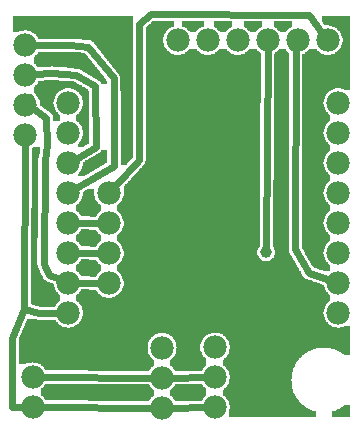
<source format=gtl>
G04 MADE WITH FRITZING*
G04 WWW.FRITZING.ORG*
G04 DOUBLE SIDED*
G04 HOLES PLATED*
G04 CONTOUR ON CENTER OF CONTOUR VECTOR*
%ASAXBY*%
%FSLAX23Y23*%
%MOIN*%
%OFA0B0*%
%SFA1.0B1.0*%
%ADD10C,0.075000*%
%ADD11C,0.078000*%
%ADD12C,0.077778*%
%ADD13C,0.039370*%
%ADD14C,0.024000*%
%LNCOPPER1*%
G90*
G70*
G54D10*
X371Y1300D03*
X1071Y1193D03*
X560Y1167D03*
G54D11*
X1094Y1298D03*
X994Y1298D03*
X894Y1298D03*
X794Y1298D03*
X694Y1298D03*
X594Y1298D03*
X86Y982D03*
X86Y1082D03*
X86Y1182D03*
X86Y1282D03*
X110Y75D03*
X110Y175D03*
G54D12*
X1129Y1089D03*
X1129Y989D03*
X1129Y889D03*
X1129Y789D03*
X1129Y689D03*
X1129Y589D03*
X1129Y489D03*
X1129Y389D03*
X229Y389D03*
X229Y489D03*
X229Y589D03*
X229Y689D03*
X229Y789D03*
X229Y889D03*
X229Y989D03*
X229Y1089D03*
X1129Y1089D03*
X1129Y989D03*
X1129Y889D03*
X1129Y789D03*
X1129Y689D03*
X1129Y589D03*
X1129Y489D03*
X1129Y389D03*
X229Y389D03*
X229Y489D03*
X229Y589D03*
X229Y689D03*
X229Y789D03*
X229Y889D03*
X229Y989D03*
X229Y1089D03*
G54D11*
X541Y73D03*
X541Y173D03*
X541Y273D03*
X718Y74D03*
X718Y174D03*
X718Y274D03*
X364Y488D03*
X364Y588D03*
X364Y688D03*
X364Y788D03*
G54D13*
X888Y591D03*
G54D14*
X296Y1276D02*
X234Y1282D01*
D02*
X234Y1282D02*
X116Y1282D01*
D02*
X380Y1170D02*
X296Y1276D01*
D02*
X382Y878D02*
X380Y1170D01*
D02*
X254Y804D02*
X382Y878D01*
D02*
X254Y903D02*
X321Y942D01*
D02*
X321Y942D02*
X318Y1145D01*
D02*
X318Y1145D02*
X256Y1182D01*
D02*
X175Y1188D02*
X116Y1184D01*
D02*
X256Y1182D02*
X175Y1188D01*
D02*
X258Y689D02*
X334Y688D01*
D02*
X258Y589D02*
X334Y588D01*
D02*
X466Y1352D02*
X464Y897D01*
D02*
X1030Y1383D02*
X504Y1385D01*
D02*
X504Y1385D02*
X466Y1352D01*
D02*
X464Y897D02*
X384Y810D01*
D02*
X1076Y1322D02*
X1030Y1383D01*
D02*
X511Y173D02*
X140Y175D01*
D02*
X688Y174D02*
X572Y173D01*
D02*
X511Y73D02*
X140Y75D01*
D02*
X688Y74D02*
X572Y73D01*
D02*
X42Y75D02*
X80Y75D01*
D02*
X42Y306D02*
X42Y75D01*
D02*
X82Y401D02*
X42Y306D01*
D02*
X200Y388D02*
X132Y387D01*
D02*
X132Y387D02*
X82Y401D01*
D02*
X82Y401D02*
X86Y952D01*
D02*
X147Y553D02*
X165Y515D01*
D02*
X165Y515D02*
X202Y500D01*
D02*
X151Y894D02*
X147Y553D01*
D02*
X89Y1087D02*
X156Y1039D01*
D02*
X159Y951D02*
X151Y894D01*
D02*
X156Y1039D02*
X159Y951D01*
D02*
X101Y1108D02*
X89Y1087D01*
D02*
X1030Y523D02*
X1101Y499D01*
D02*
X985Y601D02*
X1030Y523D01*
D02*
X987Y1288D02*
X985Y601D01*
D02*
X975Y1274D02*
X987Y1288D01*
D02*
X894Y1267D02*
X889Y610D01*
D02*
X258Y489D02*
X334Y488D01*
G36*
X45Y1377D02*
X45Y1331D01*
X91Y1331D01*
X91Y1329D01*
X99Y1329D01*
X99Y1327D01*
X105Y1327D01*
X105Y1325D01*
X109Y1325D01*
X109Y1323D01*
X113Y1323D01*
X113Y1321D01*
X115Y1321D01*
X115Y1319D01*
X117Y1319D01*
X117Y1317D01*
X121Y1317D01*
X121Y1313D01*
X123Y1313D01*
X123Y1311D01*
X125Y1311D01*
X125Y1309D01*
X127Y1309D01*
X127Y1305D01*
X129Y1305D01*
X129Y1303D01*
X249Y1303D01*
X249Y1301D01*
X273Y1301D01*
X273Y1299D01*
X297Y1299D01*
X297Y1297D01*
X305Y1297D01*
X305Y1295D01*
X307Y1295D01*
X307Y1293D01*
X311Y1293D01*
X311Y1291D01*
X313Y1291D01*
X313Y1287D01*
X315Y1287D01*
X315Y1285D01*
X317Y1285D01*
X317Y1283D01*
X319Y1283D01*
X319Y1281D01*
X321Y1281D01*
X321Y1277D01*
X323Y1277D01*
X323Y1275D01*
X325Y1275D01*
X325Y1273D01*
X327Y1273D01*
X327Y1271D01*
X329Y1271D01*
X329Y1267D01*
X331Y1267D01*
X331Y1265D01*
X333Y1265D01*
X333Y1263D01*
X335Y1263D01*
X335Y1261D01*
X337Y1261D01*
X337Y1257D01*
X339Y1257D01*
X339Y1255D01*
X341Y1255D01*
X341Y1253D01*
X343Y1253D01*
X343Y1249D01*
X345Y1249D01*
X345Y1247D01*
X347Y1247D01*
X347Y1245D01*
X349Y1245D01*
X349Y1243D01*
X351Y1243D01*
X351Y1239D01*
X353Y1239D01*
X353Y1237D01*
X355Y1237D01*
X355Y1235D01*
X357Y1235D01*
X357Y1233D01*
X359Y1233D01*
X359Y1229D01*
X361Y1229D01*
X361Y1227D01*
X363Y1227D01*
X363Y1225D01*
X365Y1225D01*
X365Y1223D01*
X367Y1223D01*
X367Y1219D01*
X369Y1219D01*
X369Y1217D01*
X371Y1217D01*
X371Y1215D01*
X373Y1215D01*
X373Y1211D01*
X375Y1211D01*
X375Y1209D01*
X377Y1209D01*
X377Y1207D01*
X379Y1207D01*
X379Y1205D01*
X381Y1205D01*
X381Y1201D01*
X383Y1201D01*
X383Y1199D01*
X385Y1199D01*
X385Y1197D01*
X387Y1197D01*
X387Y1195D01*
X389Y1195D01*
X389Y1191D01*
X391Y1191D01*
X391Y1189D01*
X393Y1189D01*
X393Y1187D01*
X395Y1187D01*
X395Y1185D01*
X397Y1185D01*
X397Y1181D01*
X399Y1181D01*
X399Y1177D01*
X401Y1177D01*
X401Y1129D01*
X403Y1129D01*
X403Y883D01*
X423Y883D01*
X423Y885D01*
X425Y885D01*
X425Y887D01*
X427Y887D01*
X427Y891D01*
X429Y891D01*
X429Y893D01*
X431Y893D01*
X431Y895D01*
X433Y895D01*
X433Y897D01*
X435Y897D01*
X435Y899D01*
X437Y899D01*
X437Y901D01*
X439Y901D01*
X439Y903D01*
X441Y903D01*
X441Y905D01*
X443Y905D01*
X443Y1353D01*
X445Y1353D01*
X445Y1377D01*
X45Y1377D01*
G37*
D02*
G36*
X45Y1331D02*
X45Y1325D01*
X65Y1325D01*
X65Y1327D01*
X71Y1327D01*
X71Y1329D01*
X81Y1329D01*
X81Y1331D01*
X45Y1331D01*
G37*
D02*
G36*
X607Y1363D02*
X607Y1343D01*
X613Y1343D01*
X613Y1341D01*
X617Y1341D01*
X617Y1339D01*
X621Y1339D01*
X621Y1337D01*
X623Y1337D01*
X623Y1335D01*
X625Y1335D01*
X625Y1333D01*
X629Y1333D01*
X629Y1329D01*
X631Y1329D01*
X631Y1327D01*
X633Y1327D01*
X633Y1325D01*
X655Y1325D01*
X655Y1329D01*
X657Y1329D01*
X657Y1331D01*
X659Y1331D01*
X659Y1333D01*
X661Y1333D01*
X661Y1335D01*
X665Y1335D01*
X665Y1337D01*
X667Y1337D01*
X667Y1339D01*
X671Y1339D01*
X671Y1341D01*
X673Y1341D01*
X673Y1343D01*
X681Y1343D01*
X681Y1363D01*
X607Y1363D01*
G37*
D02*
G36*
X713Y1361D02*
X713Y1341D01*
X717Y1341D01*
X717Y1339D01*
X721Y1339D01*
X721Y1337D01*
X723Y1337D01*
X723Y1335D01*
X725Y1335D01*
X725Y1333D01*
X729Y1333D01*
X729Y1329D01*
X731Y1329D01*
X731Y1327D01*
X733Y1327D01*
X733Y1325D01*
X755Y1325D01*
X755Y1329D01*
X757Y1329D01*
X757Y1331D01*
X759Y1331D01*
X759Y1333D01*
X761Y1333D01*
X761Y1335D01*
X765Y1335D01*
X765Y1337D01*
X767Y1337D01*
X767Y1339D01*
X771Y1339D01*
X771Y1341D01*
X773Y1341D01*
X773Y1361D01*
X713Y1361D01*
G37*
D02*
G36*
X813Y1361D02*
X813Y1341D01*
X817Y1341D01*
X817Y1339D01*
X821Y1339D01*
X821Y1337D01*
X823Y1337D01*
X823Y1335D01*
X825Y1335D01*
X825Y1333D01*
X829Y1333D01*
X829Y1329D01*
X831Y1329D01*
X831Y1327D01*
X833Y1327D01*
X833Y1325D01*
X855Y1325D01*
X855Y1329D01*
X857Y1329D01*
X857Y1331D01*
X859Y1331D01*
X859Y1333D01*
X861Y1333D01*
X861Y1335D01*
X865Y1335D01*
X865Y1337D01*
X867Y1337D01*
X867Y1339D01*
X871Y1339D01*
X871Y1341D01*
X873Y1341D01*
X873Y1361D01*
X813Y1361D01*
G37*
D02*
G36*
X913Y1361D02*
X913Y1341D01*
X917Y1341D01*
X917Y1339D01*
X921Y1339D01*
X921Y1337D01*
X923Y1337D01*
X923Y1335D01*
X925Y1335D01*
X925Y1333D01*
X929Y1333D01*
X929Y1329D01*
X931Y1329D01*
X931Y1327D01*
X933Y1327D01*
X933Y1325D01*
X955Y1325D01*
X955Y1329D01*
X957Y1329D01*
X957Y1331D01*
X959Y1331D01*
X959Y1333D01*
X961Y1333D01*
X961Y1335D01*
X965Y1335D01*
X965Y1337D01*
X967Y1337D01*
X967Y1339D01*
X971Y1339D01*
X971Y1341D01*
X973Y1341D01*
X973Y1361D01*
X913Y1361D01*
G37*
D02*
G36*
X1075Y1377D02*
X1075Y1357D01*
X1077Y1357D01*
X1077Y1355D01*
X1079Y1355D01*
X1079Y1353D01*
X1081Y1353D01*
X1081Y1349D01*
X1083Y1349D01*
X1083Y1347D01*
X1097Y1347D01*
X1097Y1345D01*
X1107Y1345D01*
X1107Y1343D01*
X1113Y1343D01*
X1113Y1341D01*
X1117Y1341D01*
X1117Y1339D01*
X1121Y1339D01*
X1121Y1337D01*
X1123Y1337D01*
X1123Y1335D01*
X1125Y1335D01*
X1125Y1333D01*
X1129Y1333D01*
X1129Y1329D01*
X1131Y1329D01*
X1131Y1327D01*
X1133Y1327D01*
X1133Y1325D01*
X1135Y1325D01*
X1135Y1321D01*
X1137Y1321D01*
X1137Y1317D01*
X1139Y1317D01*
X1139Y1313D01*
X1141Y1313D01*
X1141Y1305D01*
X1143Y1305D01*
X1143Y1291D01*
X1141Y1291D01*
X1141Y1283D01*
X1139Y1283D01*
X1139Y1277D01*
X1137Y1277D01*
X1137Y1273D01*
X1135Y1273D01*
X1135Y1269D01*
X1133Y1269D01*
X1133Y1267D01*
X1131Y1267D01*
X1131Y1265D01*
X1129Y1265D01*
X1129Y1263D01*
X1127Y1263D01*
X1127Y1261D01*
X1125Y1261D01*
X1125Y1259D01*
X1123Y1259D01*
X1123Y1257D01*
X1119Y1257D01*
X1119Y1255D01*
X1117Y1255D01*
X1117Y1253D01*
X1113Y1253D01*
X1113Y1251D01*
X1105Y1251D01*
X1105Y1249D01*
X1169Y1249D01*
X1169Y1377D01*
X1075Y1377D01*
G37*
D02*
G36*
X1033Y1269D02*
X1033Y1267D01*
X1031Y1267D01*
X1031Y1265D01*
X1029Y1265D01*
X1029Y1263D01*
X1027Y1263D01*
X1027Y1261D01*
X1025Y1261D01*
X1025Y1259D01*
X1023Y1259D01*
X1023Y1257D01*
X1019Y1257D01*
X1019Y1255D01*
X1017Y1255D01*
X1017Y1253D01*
X1013Y1253D01*
X1013Y1251D01*
X1009Y1251D01*
X1009Y1249D01*
X1081Y1249D01*
X1081Y1251D01*
X1075Y1251D01*
X1075Y1253D01*
X1071Y1253D01*
X1071Y1255D01*
X1067Y1255D01*
X1067Y1257D01*
X1065Y1257D01*
X1065Y1259D01*
X1063Y1259D01*
X1063Y1261D01*
X1059Y1261D01*
X1059Y1263D01*
X1057Y1263D01*
X1057Y1267D01*
X1055Y1267D01*
X1055Y1269D01*
X1033Y1269D01*
G37*
D02*
G36*
X1009Y1249D02*
X1009Y1247D01*
X1169Y1247D01*
X1169Y1249D01*
X1009Y1249D01*
G37*
D02*
G36*
X1009Y1249D02*
X1009Y1247D01*
X1169Y1247D01*
X1169Y1249D01*
X1009Y1249D01*
G37*
D02*
G36*
X1009Y1247D02*
X1009Y1163D01*
X1007Y1163D01*
X1007Y1137D01*
X1139Y1137D01*
X1139Y1135D01*
X1147Y1135D01*
X1147Y1133D01*
X1169Y1133D01*
X1169Y1247D01*
X1009Y1247D01*
G37*
D02*
G36*
X1007Y1137D02*
X1007Y603D01*
X1009Y603D01*
X1009Y601D01*
X1011Y601D01*
X1011Y597D01*
X1013Y597D01*
X1013Y593D01*
X1015Y593D01*
X1015Y591D01*
X1017Y591D01*
X1017Y587D01*
X1019Y587D01*
X1019Y583D01*
X1021Y583D01*
X1021Y579D01*
X1023Y579D01*
X1023Y577D01*
X1025Y577D01*
X1025Y573D01*
X1027Y573D01*
X1027Y569D01*
X1029Y569D01*
X1029Y565D01*
X1031Y565D01*
X1031Y563D01*
X1033Y563D01*
X1033Y559D01*
X1035Y559D01*
X1035Y555D01*
X1037Y555D01*
X1037Y553D01*
X1039Y553D01*
X1039Y549D01*
X1041Y549D01*
X1041Y545D01*
X1043Y545D01*
X1043Y541D01*
X1047Y541D01*
X1047Y539D01*
X1053Y539D01*
X1053Y537D01*
X1059Y537D01*
X1059Y535D01*
X1065Y535D01*
X1065Y533D01*
X1071Y533D01*
X1071Y531D01*
X1077Y531D01*
X1077Y529D01*
X1101Y529D01*
X1101Y549D01*
X1099Y549D01*
X1099Y551D01*
X1097Y551D01*
X1097Y553D01*
X1095Y553D01*
X1095Y555D01*
X1093Y555D01*
X1093Y557D01*
X1091Y557D01*
X1091Y559D01*
X1089Y559D01*
X1089Y561D01*
X1087Y561D01*
X1087Y565D01*
X1085Y565D01*
X1085Y569D01*
X1083Y569D01*
X1083Y575D01*
X1081Y575D01*
X1081Y585D01*
X1079Y585D01*
X1079Y593D01*
X1081Y593D01*
X1081Y603D01*
X1083Y603D01*
X1083Y609D01*
X1085Y609D01*
X1085Y613D01*
X1087Y613D01*
X1087Y615D01*
X1089Y615D01*
X1089Y619D01*
X1091Y619D01*
X1091Y621D01*
X1093Y621D01*
X1093Y623D01*
X1095Y623D01*
X1095Y625D01*
X1097Y625D01*
X1097Y627D01*
X1099Y627D01*
X1099Y629D01*
X1101Y629D01*
X1101Y649D01*
X1099Y649D01*
X1099Y651D01*
X1097Y651D01*
X1097Y653D01*
X1095Y653D01*
X1095Y655D01*
X1093Y655D01*
X1093Y657D01*
X1091Y657D01*
X1091Y659D01*
X1089Y659D01*
X1089Y661D01*
X1087Y661D01*
X1087Y665D01*
X1085Y665D01*
X1085Y669D01*
X1083Y669D01*
X1083Y675D01*
X1081Y675D01*
X1081Y685D01*
X1079Y685D01*
X1079Y693D01*
X1081Y693D01*
X1081Y703D01*
X1083Y703D01*
X1083Y709D01*
X1085Y709D01*
X1085Y713D01*
X1087Y713D01*
X1087Y715D01*
X1089Y715D01*
X1089Y719D01*
X1091Y719D01*
X1091Y721D01*
X1093Y721D01*
X1093Y723D01*
X1095Y723D01*
X1095Y725D01*
X1097Y725D01*
X1097Y727D01*
X1099Y727D01*
X1099Y729D01*
X1101Y729D01*
X1101Y749D01*
X1099Y749D01*
X1099Y751D01*
X1097Y751D01*
X1097Y753D01*
X1095Y753D01*
X1095Y755D01*
X1093Y755D01*
X1093Y757D01*
X1091Y757D01*
X1091Y759D01*
X1089Y759D01*
X1089Y761D01*
X1087Y761D01*
X1087Y765D01*
X1085Y765D01*
X1085Y769D01*
X1083Y769D01*
X1083Y775D01*
X1081Y775D01*
X1081Y785D01*
X1079Y785D01*
X1079Y793D01*
X1081Y793D01*
X1081Y803D01*
X1083Y803D01*
X1083Y809D01*
X1085Y809D01*
X1085Y813D01*
X1087Y813D01*
X1087Y815D01*
X1089Y815D01*
X1089Y819D01*
X1091Y819D01*
X1091Y821D01*
X1093Y821D01*
X1093Y823D01*
X1095Y823D01*
X1095Y825D01*
X1097Y825D01*
X1097Y827D01*
X1099Y827D01*
X1099Y829D01*
X1101Y829D01*
X1101Y849D01*
X1099Y849D01*
X1099Y851D01*
X1097Y851D01*
X1097Y853D01*
X1095Y853D01*
X1095Y855D01*
X1093Y855D01*
X1093Y857D01*
X1091Y857D01*
X1091Y859D01*
X1089Y859D01*
X1089Y861D01*
X1087Y861D01*
X1087Y865D01*
X1085Y865D01*
X1085Y869D01*
X1083Y869D01*
X1083Y875D01*
X1081Y875D01*
X1081Y885D01*
X1079Y885D01*
X1079Y893D01*
X1081Y893D01*
X1081Y903D01*
X1083Y903D01*
X1083Y909D01*
X1085Y909D01*
X1085Y913D01*
X1087Y913D01*
X1087Y915D01*
X1089Y915D01*
X1089Y919D01*
X1091Y919D01*
X1091Y921D01*
X1093Y921D01*
X1093Y923D01*
X1095Y923D01*
X1095Y925D01*
X1097Y925D01*
X1097Y927D01*
X1099Y927D01*
X1099Y929D01*
X1101Y929D01*
X1101Y949D01*
X1099Y949D01*
X1099Y951D01*
X1097Y951D01*
X1097Y953D01*
X1095Y953D01*
X1095Y955D01*
X1093Y955D01*
X1093Y957D01*
X1091Y957D01*
X1091Y959D01*
X1089Y959D01*
X1089Y961D01*
X1087Y961D01*
X1087Y965D01*
X1085Y965D01*
X1085Y969D01*
X1083Y969D01*
X1083Y975D01*
X1081Y975D01*
X1081Y985D01*
X1079Y985D01*
X1079Y993D01*
X1081Y993D01*
X1081Y1003D01*
X1083Y1003D01*
X1083Y1009D01*
X1085Y1009D01*
X1085Y1013D01*
X1087Y1013D01*
X1087Y1015D01*
X1089Y1015D01*
X1089Y1019D01*
X1091Y1019D01*
X1091Y1021D01*
X1093Y1021D01*
X1093Y1023D01*
X1095Y1023D01*
X1095Y1025D01*
X1097Y1025D01*
X1097Y1027D01*
X1099Y1027D01*
X1099Y1029D01*
X1101Y1029D01*
X1101Y1049D01*
X1099Y1049D01*
X1099Y1051D01*
X1097Y1051D01*
X1097Y1053D01*
X1095Y1053D01*
X1095Y1055D01*
X1093Y1055D01*
X1093Y1057D01*
X1091Y1057D01*
X1091Y1059D01*
X1089Y1059D01*
X1089Y1061D01*
X1087Y1061D01*
X1087Y1065D01*
X1085Y1065D01*
X1085Y1069D01*
X1083Y1069D01*
X1083Y1075D01*
X1081Y1075D01*
X1081Y1085D01*
X1079Y1085D01*
X1079Y1093D01*
X1081Y1093D01*
X1081Y1103D01*
X1083Y1103D01*
X1083Y1109D01*
X1085Y1109D01*
X1085Y1113D01*
X1087Y1113D01*
X1087Y1115D01*
X1089Y1115D01*
X1089Y1119D01*
X1091Y1119D01*
X1091Y1121D01*
X1093Y1121D01*
X1093Y1123D01*
X1095Y1123D01*
X1095Y1125D01*
X1097Y1125D01*
X1097Y1127D01*
X1099Y1127D01*
X1099Y1129D01*
X1103Y1129D01*
X1103Y1131D01*
X1107Y1131D01*
X1107Y1133D01*
X1111Y1133D01*
X1111Y1135D01*
X1117Y1135D01*
X1117Y1137D01*
X1007Y1137D01*
G37*
D02*
G36*
X129Y1259D02*
X129Y1257D01*
X127Y1257D01*
X127Y1253D01*
X125Y1253D01*
X125Y1251D01*
X123Y1251D01*
X123Y1249D01*
X121Y1249D01*
X121Y1247D01*
X119Y1247D01*
X119Y1245D01*
X117Y1245D01*
X117Y1243D01*
X115Y1243D01*
X115Y1241D01*
X113Y1241D01*
X113Y1221D01*
X115Y1221D01*
X115Y1219D01*
X117Y1219D01*
X117Y1217D01*
X121Y1217D01*
X121Y1213D01*
X123Y1213D01*
X123Y1211D01*
X177Y1211D01*
X177Y1209D01*
X201Y1209D01*
X201Y1207D01*
X225Y1207D01*
X225Y1205D01*
X249Y1205D01*
X249Y1203D01*
X263Y1203D01*
X263Y1201D01*
X267Y1201D01*
X267Y1199D01*
X271Y1199D01*
X271Y1197D01*
X275Y1197D01*
X275Y1195D01*
X277Y1195D01*
X277Y1193D01*
X281Y1193D01*
X281Y1191D01*
X285Y1191D01*
X285Y1189D01*
X287Y1189D01*
X287Y1187D01*
X291Y1187D01*
X291Y1185D01*
X295Y1185D01*
X295Y1183D01*
X299Y1183D01*
X299Y1181D01*
X301Y1181D01*
X301Y1179D01*
X305Y1179D01*
X305Y1177D01*
X309Y1177D01*
X309Y1175D01*
X311Y1175D01*
X311Y1173D01*
X315Y1173D01*
X315Y1171D01*
X319Y1171D01*
X319Y1169D01*
X323Y1169D01*
X323Y1167D01*
X325Y1167D01*
X325Y1165D01*
X329Y1165D01*
X329Y1163D01*
X331Y1163D01*
X331Y1161D01*
X333Y1161D01*
X333Y1159D01*
X335Y1159D01*
X335Y1157D01*
X337Y1157D01*
X337Y1153D01*
X357Y1153D01*
X357Y1163D01*
X355Y1163D01*
X355Y1167D01*
X353Y1167D01*
X353Y1169D01*
X351Y1169D01*
X351Y1171D01*
X349Y1171D01*
X349Y1173D01*
X347Y1173D01*
X347Y1177D01*
X345Y1177D01*
X345Y1179D01*
X343Y1179D01*
X343Y1181D01*
X341Y1181D01*
X341Y1185D01*
X339Y1185D01*
X339Y1187D01*
X337Y1187D01*
X337Y1189D01*
X335Y1189D01*
X335Y1191D01*
X333Y1191D01*
X333Y1195D01*
X331Y1195D01*
X331Y1197D01*
X329Y1197D01*
X329Y1199D01*
X327Y1199D01*
X327Y1201D01*
X325Y1201D01*
X325Y1205D01*
X323Y1205D01*
X323Y1207D01*
X321Y1207D01*
X321Y1209D01*
X319Y1209D01*
X319Y1211D01*
X317Y1211D01*
X317Y1215D01*
X315Y1215D01*
X315Y1217D01*
X313Y1217D01*
X313Y1219D01*
X311Y1219D01*
X311Y1221D01*
X309Y1221D01*
X309Y1225D01*
X307Y1225D01*
X307Y1227D01*
X305Y1227D01*
X305Y1229D01*
X303Y1229D01*
X303Y1233D01*
X301Y1233D01*
X301Y1235D01*
X299Y1235D01*
X299Y1237D01*
X297Y1237D01*
X297Y1239D01*
X295Y1239D01*
X295Y1243D01*
X293Y1243D01*
X293Y1245D01*
X291Y1245D01*
X291Y1247D01*
X289Y1247D01*
X289Y1249D01*
X287Y1249D01*
X287Y1253D01*
X285Y1253D01*
X285Y1255D01*
X271Y1255D01*
X271Y1257D01*
X247Y1257D01*
X247Y1259D01*
X129Y1259D01*
G37*
D02*
G36*
X125Y1211D02*
X125Y1209D01*
X171Y1209D01*
X171Y1211D01*
X125Y1211D01*
G37*
D02*
G36*
X147Y1165D02*
X147Y1163D01*
X131Y1163D01*
X131Y1161D01*
X129Y1161D01*
X129Y1157D01*
X127Y1157D01*
X127Y1153D01*
X125Y1153D01*
X125Y1151D01*
X123Y1151D01*
X123Y1149D01*
X121Y1149D01*
X121Y1147D01*
X119Y1147D01*
X119Y1145D01*
X117Y1145D01*
X117Y1143D01*
X115Y1143D01*
X115Y1137D01*
X239Y1137D01*
X239Y1135D01*
X247Y1135D01*
X247Y1133D01*
X251Y1133D01*
X251Y1131D01*
X255Y1131D01*
X255Y1129D01*
X257Y1129D01*
X257Y1127D01*
X259Y1127D01*
X259Y1125D01*
X263Y1125D01*
X263Y1123D01*
X265Y1123D01*
X265Y1119D01*
X267Y1119D01*
X267Y1117D01*
X269Y1117D01*
X269Y1115D01*
X271Y1115D01*
X271Y1111D01*
X273Y1111D01*
X273Y1107D01*
X275Y1107D01*
X275Y1099D01*
X277Y1099D01*
X277Y1077D01*
X275Y1077D01*
X275Y1071D01*
X273Y1071D01*
X273Y1067D01*
X271Y1067D01*
X271Y1063D01*
X269Y1063D01*
X269Y1061D01*
X267Y1061D01*
X267Y1057D01*
X265Y1057D01*
X265Y1055D01*
X263Y1055D01*
X263Y1053D01*
X261Y1053D01*
X261Y1051D01*
X259Y1051D01*
X259Y1049D01*
X255Y1049D01*
X255Y1029D01*
X257Y1029D01*
X257Y1027D01*
X259Y1027D01*
X259Y1025D01*
X263Y1025D01*
X263Y1023D01*
X265Y1023D01*
X265Y1019D01*
X267Y1019D01*
X267Y1017D01*
X269Y1017D01*
X269Y1015D01*
X271Y1015D01*
X271Y1011D01*
X273Y1011D01*
X273Y1007D01*
X275Y1007D01*
X275Y999D01*
X277Y999D01*
X277Y977D01*
X275Y977D01*
X275Y971D01*
X273Y971D01*
X273Y967D01*
X271Y967D01*
X271Y963D01*
X269Y963D01*
X269Y961D01*
X267Y961D01*
X267Y957D01*
X265Y957D01*
X265Y955D01*
X263Y955D01*
X263Y953D01*
X261Y953D01*
X261Y943D01*
X281Y943D01*
X281Y945D01*
X285Y945D01*
X285Y947D01*
X287Y947D01*
X287Y949D01*
X291Y949D01*
X291Y951D01*
X295Y951D01*
X295Y953D01*
X299Y953D01*
X299Y1011D01*
X297Y1011D01*
X297Y1129D01*
X295Y1129D01*
X295Y1133D01*
X293Y1133D01*
X293Y1135D01*
X289Y1135D01*
X289Y1137D01*
X287Y1137D01*
X287Y1139D01*
X283Y1139D01*
X283Y1141D01*
X279Y1141D01*
X279Y1143D01*
X275Y1143D01*
X275Y1145D01*
X273Y1145D01*
X273Y1147D01*
X269Y1147D01*
X269Y1149D01*
X265Y1149D01*
X265Y1151D01*
X263Y1151D01*
X263Y1153D01*
X259Y1153D01*
X259Y1155D01*
X255Y1155D01*
X255Y1157D01*
X251Y1157D01*
X251Y1159D01*
X247Y1159D01*
X247Y1161D01*
X223Y1161D01*
X223Y1163D01*
X199Y1163D01*
X199Y1165D01*
X147Y1165D01*
G37*
D02*
G36*
X115Y1137D02*
X115Y1123D01*
X117Y1123D01*
X117Y1121D01*
X119Y1121D01*
X119Y1117D01*
X121Y1117D01*
X121Y1113D01*
X123Y1113D01*
X123Y1111D01*
X125Y1111D01*
X125Y1109D01*
X127Y1109D01*
X127Y1105D01*
X129Y1105D01*
X129Y1101D01*
X131Y1101D01*
X131Y1097D01*
X133Y1097D01*
X133Y1089D01*
X135Y1089D01*
X135Y1079D01*
X139Y1079D01*
X139Y1077D01*
X141Y1077D01*
X141Y1075D01*
X143Y1075D01*
X143Y1073D01*
X147Y1073D01*
X147Y1071D01*
X149Y1071D01*
X149Y1069D01*
X153Y1069D01*
X153Y1067D01*
X155Y1067D01*
X155Y1065D01*
X157Y1065D01*
X157Y1063D01*
X161Y1063D01*
X161Y1061D01*
X163Y1061D01*
X163Y1059D01*
X165Y1059D01*
X165Y1057D01*
X169Y1057D01*
X169Y1055D01*
X171Y1055D01*
X171Y1053D01*
X173Y1053D01*
X173Y1051D01*
X175Y1051D01*
X175Y1047D01*
X177Y1047D01*
X177Y1033D01*
X179Y1033D01*
X179Y1027D01*
X199Y1027D01*
X199Y1029D01*
X201Y1029D01*
X201Y1049D01*
X199Y1049D01*
X199Y1051D01*
X197Y1051D01*
X197Y1053D01*
X195Y1053D01*
X195Y1055D01*
X193Y1055D01*
X193Y1057D01*
X191Y1057D01*
X191Y1059D01*
X189Y1059D01*
X189Y1061D01*
X187Y1061D01*
X187Y1065D01*
X185Y1065D01*
X185Y1069D01*
X183Y1069D01*
X183Y1075D01*
X181Y1075D01*
X181Y1085D01*
X179Y1085D01*
X179Y1093D01*
X181Y1093D01*
X181Y1103D01*
X183Y1103D01*
X183Y1109D01*
X185Y1109D01*
X185Y1113D01*
X187Y1113D01*
X187Y1115D01*
X189Y1115D01*
X189Y1119D01*
X191Y1119D01*
X191Y1121D01*
X193Y1121D01*
X193Y1123D01*
X195Y1123D01*
X195Y1125D01*
X197Y1125D01*
X197Y1127D01*
X199Y1127D01*
X199Y1129D01*
X203Y1129D01*
X203Y1131D01*
X207Y1131D01*
X207Y1133D01*
X211Y1133D01*
X211Y1135D01*
X217Y1135D01*
X217Y1137D01*
X115Y1137D01*
G37*
D02*
G36*
X115Y943D02*
X115Y941D01*
X111Y941D01*
X111Y939D01*
X107Y939D01*
X107Y737D01*
X105Y737D01*
X105Y449D01*
X103Y449D01*
X103Y417D01*
X109Y417D01*
X109Y415D01*
X117Y415D01*
X117Y413D01*
X123Y413D01*
X123Y411D01*
X131Y411D01*
X131Y409D01*
X185Y409D01*
X185Y413D01*
X187Y413D01*
X187Y415D01*
X189Y415D01*
X189Y419D01*
X191Y419D01*
X191Y421D01*
X193Y421D01*
X193Y423D01*
X195Y423D01*
X195Y425D01*
X197Y425D01*
X197Y427D01*
X199Y427D01*
X199Y429D01*
X201Y429D01*
X201Y449D01*
X199Y449D01*
X199Y451D01*
X197Y451D01*
X197Y453D01*
X195Y453D01*
X195Y455D01*
X193Y455D01*
X193Y457D01*
X191Y457D01*
X191Y459D01*
X189Y459D01*
X189Y461D01*
X187Y461D01*
X187Y465D01*
X185Y465D01*
X185Y469D01*
X183Y469D01*
X183Y475D01*
X181Y475D01*
X181Y485D01*
X177Y485D01*
X177Y487D01*
X171Y487D01*
X171Y489D01*
X167Y489D01*
X167Y491D01*
X161Y491D01*
X161Y493D01*
X157Y493D01*
X157Y495D01*
X153Y495D01*
X153Y497D01*
X149Y497D01*
X149Y499D01*
X147Y499D01*
X147Y503D01*
X145Y503D01*
X145Y507D01*
X143Y507D01*
X143Y511D01*
X141Y511D01*
X141Y515D01*
X139Y515D01*
X139Y519D01*
X137Y519D01*
X137Y523D01*
X135Y523D01*
X135Y529D01*
X133Y529D01*
X133Y533D01*
X131Y533D01*
X131Y537D01*
X129Y537D01*
X129Y541D01*
X127Y541D01*
X127Y547D01*
X125Y547D01*
X125Y637D01*
X127Y637D01*
X127Y835D01*
X129Y835D01*
X129Y905D01*
X131Y905D01*
X131Y917D01*
X133Y917D01*
X133Y931D01*
X135Y931D01*
X135Y943D01*
X115Y943D01*
G37*
D02*
G36*
X339Y931D02*
X339Y927D01*
X337Y927D01*
X337Y925D01*
X335Y925D01*
X335Y923D01*
X331Y923D01*
X331Y921D01*
X327Y921D01*
X327Y919D01*
X325Y919D01*
X325Y917D01*
X321Y917D01*
X321Y915D01*
X317Y915D01*
X317Y913D01*
X313Y913D01*
X313Y911D01*
X311Y911D01*
X311Y909D01*
X307Y909D01*
X307Y907D01*
X303Y907D01*
X303Y905D01*
X299Y905D01*
X299Y903D01*
X297Y903D01*
X297Y901D01*
X293Y901D01*
X293Y899D01*
X289Y899D01*
X289Y897D01*
X285Y897D01*
X285Y895D01*
X283Y895D01*
X283Y893D01*
X279Y893D01*
X279Y891D01*
X277Y891D01*
X277Y877D01*
X275Y877D01*
X275Y871D01*
X273Y871D01*
X273Y867D01*
X271Y867D01*
X271Y863D01*
X269Y863D01*
X269Y861D01*
X267Y861D01*
X267Y857D01*
X265Y857D01*
X265Y855D01*
X263Y855D01*
X263Y853D01*
X261Y853D01*
X261Y845D01*
X283Y845D01*
X283Y847D01*
X287Y847D01*
X287Y849D01*
X291Y849D01*
X291Y851D01*
X293Y851D01*
X293Y853D01*
X297Y853D01*
X297Y855D01*
X301Y855D01*
X301Y857D01*
X303Y857D01*
X303Y859D01*
X307Y859D01*
X307Y861D01*
X311Y861D01*
X311Y863D01*
X313Y863D01*
X313Y865D01*
X317Y865D01*
X317Y867D01*
X321Y867D01*
X321Y869D01*
X325Y869D01*
X325Y871D01*
X327Y871D01*
X327Y873D01*
X331Y873D01*
X331Y875D01*
X335Y875D01*
X335Y877D01*
X337Y877D01*
X337Y879D01*
X341Y879D01*
X341Y881D01*
X345Y881D01*
X345Y883D01*
X349Y883D01*
X349Y885D01*
X351Y885D01*
X351Y887D01*
X355Y887D01*
X355Y889D01*
X359Y889D01*
X359Y931D01*
X339Y931D01*
G37*
D02*
G36*
X295Y803D02*
X295Y801D01*
X291Y801D01*
X291Y799D01*
X289Y799D01*
X289Y797D01*
X285Y797D01*
X285Y795D01*
X281Y795D01*
X281Y793D01*
X277Y793D01*
X277Y777D01*
X275Y777D01*
X275Y771D01*
X273Y771D01*
X273Y767D01*
X271Y767D01*
X271Y763D01*
X269Y763D01*
X269Y761D01*
X267Y761D01*
X267Y757D01*
X265Y757D01*
X265Y755D01*
X263Y755D01*
X263Y753D01*
X261Y753D01*
X261Y751D01*
X259Y751D01*
X259Y749D01*
X255Y749D01*
X255Y729D01*
X257Y729D01*
X257Y727D01*
X259Y727D01*
X259Y725D01*
X263Y725D01*
X263Y723D01*
X265Y723D01*
X265Y719D01*
X267Y719D01*
X267Y717D01*
X269Y717D01*
X269Y715D01*
X271Y715D01*
X271Y711D01*
X301Y711D01*
X301Y709D01*
X321Y709D01*
X321Y713D01*
X323Y713D01*
X323Y715D01*
X325Y715D01*
X325Y719D01*
X327Y719D01*
X327Y721D01*
X329Y721D01*
X329Y723D01*
X331Y723D01*
X331Y725D01*
X333Y725D01*
X333Y727D01*
X337Y727D01*
X337Y747D01*
X335Y747D01*
X335Y749D01*
X333Y749D01*
X333Y751D01*
X331Y751D01*
X331Y753D01*
X329Y753D01*
X329Y755D01*
X327Y755D01*
X327Y757D01*
X325Y757D01*
X325Y759D01*
X323Y759D01*
X323Y763D01*
X321Y763D01*
X321Y765D01*
X319Y765D01*
X319Y771D01*
X317Y771D01*
X317Y777D01*
X315Y777D01*
X315Y803D01*
X295Y803D01*
G37*
D02*
G36*
X271Y667D02*
X271Y663D01*
X269Y663D01*
X269Y661D01*
X267Y661D01*
X267Y657D01*
X265Y657D01*
X265Y655D01*
X263Y655D01*
X263Y653D01*
X261Y653D01*
X261Y651D01*
X259Y651D01*
X259Y649D01*
X255Y649D01*
X255Y629D01*
X257Y629D01*
X257Y627D01*
X259Y627D01*
X259Y625D01*
X263Y625D01*
X263Y623D01*
X265Y623D01*
X265Y619D01*
X267Y619D01*
X267Y617D01*
X269Y617D01*
X269Y615D01*
X271Y615D01*
X271Y611D01*
X301Y611D01*
X301Y609D01*
X321Y609D01*
X321Y613D01*
X323Y613D01*
X323Y615D01*
X325Y615D01*
X325Y619D01*
X327Y619D01*
X327Y621D01*
X329Y621D01*
X329Y623D01*
X331Y623D01*
X331Y625D01*
X333Y625D01*
X333Y627D01*
X337Y627D01*
X337Y647D01*
X335Y647D01*
X335Y649D01*
X333Y649D01*
X333Y651D01*
X331Y651D01*
X331Y653D01*
X329Y653D01*
X329Y655D01*
X327Y655D01*
X327Y657D01*
X325Y657D01*
X325Y659D01*
X323Y659D01*
X323Y663D01*
X321Y663D01*
X321Y665D01*
X299Y665D01*
X299Y667D01*
X271Y667D01*
G37*
D02*
G36*
X271Y567D02*
X271Y563D01*
X269Y563D01*
X269Y561D01*
X267Y561D01*
X267Y557D01*
X265Y557D01*
X265Y555D01*
X263Y555D01*
X263Y553D01*
X261Y553D01*
X261Y551D01*
X259Y551D01*
X259Y549D01*
X255Y549D01*
X255Y529D01*
X257Y529D01*
X257Y527D01*
X259Y527D01*
X259Y525D01*
X263Y525D01*
X263Y523D01*
X265Y523D01*
X265Y519D01*
X267Y519D01*
X267Y517D01*
X269Y517D01*
X269Y515D01*
X271Y515D01*
X271Y511D01*
X301Y511D01*
X301Y509D01*
X321Y509D01*
X321Y513D01*
X323Y513D01*
X323Y515D01*
X325Y515D01*
X325Y519D01*
X327Y519D01*
X327Y521D01*
X329Y521D01*
X329Y523D01*
X331Y523D01*
X331Y525D01*
X333Y525D01*
X333Y527D01*
X337Y527D01*
X337Y547D01*
X335Y547D01*
X335Y549D01*
X333Y549D01*
X333Y551D01*
X331Y551D01*
X331Y553D01*
X329Y553D01*
X329Y555D01*
X327Y555D01*
X327Y557D01*
X325Y557D01*
X325Y559D01*
X323Y559D01*
X323Y563D01*
X321Y563D01*
X321Y565D01*
X299Y565D01*
X299Y567D01*
X271Y567D01*
G37*
D02*
G36*
X511Y1363D02*
X511Y1361D01*
X509Y1361D01*
X509Y1359D01*
X507Y1359D01*
X507Y1357D01*
X505Y1357D01*
X505Y1355D01*
X503Y1355D01*
X503Y1353D01*
X499Y1353D01*
X499Y1351D01*
X497Y1351D01*
X497Y1349D01*
X495Y1349D01*
X495Y1347D01*
X493Y1347D01*
X493Y1345D01*
X491Y1345D01*
X491Y1343D01*
X489Y1343D01*
X489Y1341D01*
X487Y1341D01*
X487Y1249D01*
X581Y1249D01*
X581Y1251D01*
X575Y1251D01*
X575Y1253D01*
X571Y1253D01*
X571Y1255D01*
X567Y1255D01*
X567Y1257D01*
X565Y1257D01*
X565Y1259D01*
X563Y1259D01*
X563Y1261D01*
X559Y1261D01*
X559Y1263D01*
X557Y1263D01*
X557Y1267D01*
X555Y1267D01*
X555Y1269D01*
X553Y1269D01*
X553Y1271D01*
X551Y1271D01*
X551Y1275D01*
X549Y1275D01*
X549Y1279D01*
X547Y1279D01*
X547Y1287D01*
X545Y1287D01*
X545Y1307D01*
X547Y1307D01*
X547Y1315D01*
X549Y1315D01*
X549Y1319D01*
X551Y1319D01*
X551Y1323D01*
X553Y1323D01*
X553Y1325D01*
X555Y1325D01*
X555Y1329D01*
X557Y1329D01*
X557Y1331D01*
X559Y1331D01*
X559Y1333D01*
X561Y1333D01*
X561Y1335D01*
X565Y1335D01*
X565Y1337D01*
X567Y1337D01*
X567Y1339D01*
X571Y1339D01*
X571Y1341D01*
X573Y1341D01*
X573Y1343D01*
X581Y1343D01*
X581Y1363D01*
X511Y1363D01*
G37*
D02*
G36*
X633Y1269D02*
X633Y1267D01*
X631Y1267D01*
X631Y1265D01*
X629Y1265D01*
X629Y1263D01*
X627Y1263D01*
X627Y1261D01*
X625Y1261D01*
X625Y1259D01*
X623Y1259D01*
X623Y1257D01*
X619Y1257D01*
X619Y1255D01*
X617Y1255D01*
X617Y1253D01*
X613Y1253D01*
X613Y1251D01*
X605Y1251D01*
X605Y1249D01*
X681Y1249D01*
X681Y1251D01*
X675Y1251D01*
X675Y1253D01*
X671Y1253D01*
X671Y1255D01*
X667Y1255D01*
X667Y1257D01*
X665Y1257D01*
X665Y1259D01*
X663Y1259D01*
X663Y1261D01*
X659Y1261D01*
X659Y1263D01*
X657Y1263D01*
X657Y1267D01*
X655Y1267D01*
X655Y1269D01*
X633Y1269D01*
G37*
D02*
G36*
X733Y1269D02*
X733Y1267D01*
X731Y1267D01*
X731Y1265D01*
X729Y1265D01*
X729Y1263D01*
X727Y1263D01*
X727Y1261D01*
X725Y1261D01*
X725Y1259D01*
X723Y1259D01*
X723Y1257D01*
X719Y1257D01*
X719Y1255D01*
X717Y1255D01*
X717Y1253D01*
X713Y1253D01*
X713Y1251D01*
X705Y1251D01*
X705Y1249D01*
X781Y1249D01*
X781Y1251D01*
X775Y1251D01*
X775Y1253D01*
X771Y1253D01*
X771Y1255D01*
X767Y1255D01*
X767Y1257D01*
X765Y1257D01*
X765Y1259D01*
X763Y1259D01*
X763Y1261D01*
X759Y1261D01*
X759Y1263D01*
X757Y1263D01*
X757Y1267D01*
X755Y1267D01*
X755Y1269D01*
X733Y1269D01*
G37*
D02*
G36*
X833Y1269D02*
X833Y1267D01*
X831Y1267D01*
X831Y1265D01*
X829Y1265D01*
X829Y1263D01*
X827Y1263D01*
X827Y1261D01*
X825Y1261D01*
X825Y1259D01*
X823Y1259D01*
X823Y1257D01*
X819Y1257D01*
X819Y1255D01*
X817Y1255D01*
X817Y1253D01*
X813Y1253D01*
X813Y1251D01*
X805Y1251D01*
X805Y1249D01*
X871Y1249D01*
X871Y1255D01*
X867Y1255D01*
X867Y1257D01*
X865Y1257D01*
X865Y1259D01*
X863Y1259D01*
X863Y1261D01*
X859Y1261D01*
X859Y1263D01*
X857Y1263D01*
X857Y1267D01*
X855Y1267D01*
X855Y1269D01*
X833Y1269D01*
G37*
D02*
G36*
X933Y1269D02*
X933Y1267D01*
X931Y1267D01*
X931Y1265D01*
X929Y1265D01*
X929Y1263D01*
X927Y1263D01*
X927Y1261D01*
X925Y1261D01*
X925Y1259D01*
X923Y1259D01*
X923Y1257D01*
X919Y1257D01*
X919Y1255D01*
X917Y1255D01*
X917Y1253D01*
X915Y1253D01*
X915Y1087D01*
X913Y1087D01*
X913Y833D01*
X911Y833D01*
X911Y607D01*
X913Y607D01*
X913Y605D01*
X915Y605D01*
X915Y599D01*
X917Y599D01*
X917Y581D01*
X915Y581D01*
X915Y577D01*
X913Y577D01*
X913Y573D01*
X911Y573D01*
X911Y571D01*
X909Y571D01*
X909Y569D01*
X907Y569D01*
X907Y567D01*
X905Y567D01*
X905Y565D01*
X901Y565D01*
X901Y563D01*
X897Y563D01*
X897Y561D01*
X981Y561D01*
X981Y565D01*
X979Y565D01*
X979Y567D01*
X977Y567D01*
X977Y571D01*
X975Y571D01*
X975Y575D01*
X973Y575D01*
X973Y579D01*
X971Y579D01*
X971Y581D01*
X969Y581D01*
X969Y585D01*
X967Y585D01*
X967Y589D01*
X965Y589D01*
X965Y593D01*
X963Y593D01*
X963Y1167D01*
X965Y1167D01*
X965Y1255D01*
X961Y1255D01*
X961Y1257D01*
X959Y1257D01*
X959Y1259D01*
X957Y1259D01*
X957Y1263D01*
X955Y1263D01*
X955Y1267D01*
X953Y1267D01*
X953Y1269D01*
X933Y1269D01*
G37*
D02*
G36*
X487Y1249D02*
X487Y1247D01*
X871Y1247D01*
X871Y1249D01*
X487Y1249D01*
G37*
D02*
G36*
X487Y1249D02*
X487Y1247D01*
X871Y1247D01*
X871Y1249D01*
X487Y1249D01*
G37*
D02*
G36*
X487Y1249D02*
X487Y1247D01*
X871Y1247D01*
X871Y1249D01*
X487Y1249D01*
G37*
D02*
G36*
X487Y1249D02*
X487Y1247D01*
X871Y1247D01*
X871Y1249D01*
X487Y1249D01*
G37*
D02*
G36*
X487Y1247D02*
X487Y895D01*
X485Y895D01*
X485Y887D01*
X483Y887D01*
X483Y885D01*
X481Y885D01*
X481Y881D01*
X479Y881D01*
X479Y879D01*
X477Y879D01*
X477Y877D01*
X475Y877D01*
X475Y875D01*
X473Y875D01*
X473Y873D01*
X471Y873D01*
X471Y871D01*
X469Y871D01*
X469Y869D01*
X467Y869D01*
X467Y867D01*
X465Y867D01*
X465Y865D01*
X463Y865D01*
X463Y863D01*
X461Y863D01*
X461Y859D01*
X459Y859D01*
X459Y857D01*
X457Y857D01*
X457Y855D01*
X455Y855D01*
X455Y853D01*
X453Y853D01*
X453Y851D01*
X451Y851D01*
X451Y849D01*
X449Y849D01*
X449Y847D01*
X447Y847D01*
X447Y845D01*
X445Y845D01*
X445Y843D01*
X443Y843D01*
X443Y841D01*
X441Y841D01*
X441Y837D01*
X439Y837D01*
X439Y835D01*
X437Y835D01*
X437Y833D01*
X435Y833D01*
X435Y831D01*
X433Y831D01*
X433Y829D01*
X431Y829D01*
X431Y827D01*
X429Y827D01*
X429Y825D01*
X427Y825D01*
X427Y823D01*
X425Y823D01*
X425Y821D01*
X423Y821D01*
X423Y819D01*
X421Y819D01*
X421Y817D01*
X419Y817D01*
X419Y813D01*
X417Y813D01*
X417Y811D01*
X415Y811D01*
X415Y809D01*
X413Y809D01*
X413Y779D01*
X411Y779D01*
X411Y771D01*
X409Y771D01*
X409Y767D01*
X407Y767D01*
X407Y763D01*
X405Y763D01*
X405Y759D01*
X403Y759D01*
X403Y757D01*
X401Y757D01*
X401Y755D01*
X399Y755D01*
X399Y753D01*
X397Y753D01*
X397Y751D01*
X395Y751D01*
X395Y749D01*
X393Y749D01*
X393Y747D01*
X391Y747D01*
X391Y727D01*
X393Y727D01*
X393Y725D01*
X397Y725D01*
X397Y723D01*
X399Y723D01*
X399Y721D01*
X401Y721D01*
X401Y717D01*
X403Y717D01*
X403Y715D01*
X405Y715D01*
X405Y711D01*
X407Y711D01*
X407Y709D01*
X409Y709D01*
X409Y703D01*
X411Y703D01*
X411Y695D01*
X413Y695D01*
X413Y679D01*
X411Y679D01*
X411Y671D01*
X409Y671D01*
X409Y667D01*
X407Y667D01*
X407Y663D01*
X405Y663D01*
X405Y659D01*
X403Y659D01*
X403Y657D01*
X401Y657D01*
X401Y655D01*
X399Y655D01*
X399Y653D01*
X397Y653D01*
X397Y651D01*
X395Y651D01*
X395Y649D01*
X393Y649D01*
X393Y647D01*
X391Y647D01*
X391Y627D01*
X393Y627D01*
X393Y625D01*
X397Y625D01*
X397Y623D01*
X399Y623D01*
X399Y621D01*
X401Y621D01*
X401Y617D01*
X403Y617D01*
X403Y615D01*
X405Y615D01*
X405Y611D01*
X407Y611D01*
X407Y609D01*
X409Y609D01*
X409Y603D01*
X411Y603D01*
X411Y595D01*
X413Y595D01*
X413Y579D01*
X411Y579D01*
X411Y571D01*
X409Y571D01*
X409Y567D01*
X407Y567D01*
X407Y563D01*
X405Y563D01*
X405Y561D01*
X879Y561D01*
X879Y563D01*
X875Y563D01*
X875Y565D01*
X871Y565D01*
X871Y567D01*
X869Y567D01*
X869Y569D01*
X867Y569D01*
X867Y571D01*
X865Y571D01*
X865Y573D01*
X863Y573D01*
X863Y577D01*
X861Y577D01*
X861Y581D01*
X859Y581D01*
X859Y599D01*
X861Y599D01*
X861Y605D01*
X863Y605D01*
X863Y607D01*
X865Y607D01*
X865Y609D01*
X867Y609D01*
X867Y833D01*
X869Y833D01*
X869Y1089D01*
X871Y1089D01*
X871Y1247D01*
X487Y1247D01*
G37*
D02*
G36*
X405Y561D02*
X405Y559D01*
X983Y559D01*
X983Y561D01*
X405Y561D01*
G37*
D02*
G36*
X405Y561D02*
X405Y559D01*
X983Y559D01*
X983Y561D01*
X405Y561D01*
G37*
D02*
G36*
X403Y559D02*
X403Y557D01*
X401Y557D01*
X401Y555D01*
X399Y555D01*
X399Y553D01*
X397Y553D01*
X397Y551D01*
X395Y551D01*
X395Y549D01*
X393Y549D01*
X393Y547D01*
X391Y547D01*
X391Y527D01*
X393Y527D01*
X393Y525D01*
X397Y525D01*
X397Y523D01*
X399Y523D01*
X399Y521D01*
X401Y521D01*
X401Y517D01*
X403Y517D01*
X403Y515D01*
X405Y515D01*
X405Y511D01*
X407Y511D01*
X407Y509D01*
X409Y509D01*
X409Y503D01*
X411Y503D01*
X411Y495D01*
X413Y495D01*
X413Y479D01*
X411Y479D01*
X411Y471D01*
X409Y471D01*
X409Y467D01*
X407Y467D01*
X407Y463D01*
X405Y463D01*
X405Y459D01*
X403Y459D01*
X403Y457D01*
X401Y457D01*
X401Y455D01*
X399Y455D01*
X399Y453D01*
X397Y453D01*
X397Y451D01*
X395Y451D01*
X395Y449D01*
X393Y449D01*
X393Y447D01*
X389Y447D01*
X389Y445D01*
X385Y445D01*
X385Y443D01*
X381Y443D01*
X381Y441D01*
X375Y441D01*
X375Y439D01*
X1101Y439D01*
X1101Y449D01*
X1099Y449D01*
X1099Y451D01*
X1097Y451D01*
X1097Y453D01*
X1095Y453D01*
X1095Y455D01*
X1093Y455D01*
X1093Y457D01*
X1091Y457D01*
X1091Y459D01*
X1089Y459D01*
X1089Y461D01*
X1087Y461D01*
X1087Y465D01*
X1085Y465D01*
X1085Y469D01*
X1083Y469D01*
X1083Y475D01*
X1081Y475D01*
X1081Y483D01*
X1075Y483D01*
X1075Y485D01*
X1069Y485D01*
X1069Y487D01*
X1063Y487D01*
X1063Y489D01*
X1057Y489D01*
X1057Y491D01*
X1051Y491D01*
X1051Y493D01*
X1045Y493D01*
X1045Y495D01*
X1041Y495D01*
X1041Y497D01*
X1035Y497D01*
X1035Y499D01*
X1029Y499D01*
X1029Y501D01*
X1023Y501D01*
X1023Y503D01*
X1019Y503D01*
X1019Y505D01*
X1015Y505D01*
X1015Y507D01*
X1013Y507D01*
X1013Y509D01*
X1011Y509D01*
X1011Y513D01*
X1009Y513D01*
X1009Y517D01*
X1007Y517D01*
X1007Y519D01*
X1005Y519D01*
X1005Y523D01*
X1003Y523D01*
X1003Y527D01*
X1001Y527D01*
X1001Y529D01*
X999Y529D01*
X999Y533D01*
X997Y533D01*
X997Y537D01*
X995Y537D01*
X995Y541D01*
X993Y541D01*
X993Y543D01*
X991Y543D01*
X991Y547D01*
X989Y547D01*
X989Y551D01*
X987Y551D01*
X987Y555D01*
X985Y555D01*
X985Y557D01*
X983Y557D01*
X983Y559D01*
X403Y559D01*
G37*
D02*
G36*
X271Y467D02*
X271Y463D01*
X269Y463D01*
X269Y461D01*
X267Y461D01*
X267Y457D01*
X265Y457D01*
X265Y455D01*
X263Y455D01*
X263Y453D01*
X261Y453D01*
X261Y451D01*
X259Y451D01*
X259Y449D01*
X255Y449D01*
X255Y439D01*
X353Y439D01*
X353Y441D01*
X345Y441D01*
X345Y443D01*
X341Y443D01*
X341Y445D01*
X339Y445D01*
X339Y447D01*
X335Y447D01*
X335Y449D01*
X333Y449D01*
X333Y451D01*
X331Y451D01*
X331Y453D01*
X329Y453D01*
X329Y455D01*
X327Y455D01*
X327Y457D01*
X325Y457D01*
X325Y459D01*
X323Y459D01*
X323Y463D01*
X321Y463D01*
X321Y465D01*
X299Y465D01*
X299Y467D01*
X271Y467D01*
G37*
D02*
G36*
X255Y439D02*
X255Y437D01*
X1101Y437D01*
X1101Y439D01*
X255Y439D01*
G37*
D02*
G36*
X255Y439D02*
X255Y437D01*
X1101Y437D01*
X1101Y439D01*
X255Y439D01*
G37*
D02*
G36*
X255Y437D02*
X255Y429D01*
X257Y429D01*
X257Y427D01*
X259Y427D01*
X259Y425D01*
X263Y425D01*
X263Y423D01*
X265Y423D01*
X265Y419D01*
X267Y419D01*
X267Y417D01*
X269Y417D01*
X269Y415D01*
X271Y415D01*
X271Y411D01*
X273Y411D01*
X273Y407D01*
X275Y407D01*
X275Y399D01*
X277Y399D01*
X277Y377D01*
X275Y377D01*
X275Y371D01*
X273Y371D01*
X273Y367D01*
X271Y367D01*
X271Y363D01*
X269Y363D01*
X269Y361D01*
X267Y361D01*
X267Y357D01*
X265Y357D01*
X265Y355D01*
X263Y355D01*
X263Y353D01*
X261Y353D01*
X261Y351D01*
X259Y351D01*
X259Y349D01*
X255Y349D01*
X255Y347D01*
X251Y347D01*
X251Y345D01*
X249Y345D01*
X249Y343D01*
X243Y343D01*
X243Y341D01*
X233Y341D01*
X233Y339D01*
X1125Y339D01*
X1125Y341D01*
X1115Y341D01*
X1115Y343D01*
X1109Y343D01*
X1109Y345D01*
X1105Y345D01*
X1105Y347D01*
X1101Y347D01*
X1101Y349D01*
X1099Y349D01*
X1099Y351D01*
X1097Y351D01*
X1097Y353D01*
X1095Y353D01*
X1095Y355D01*
X1093Y355D01*
X1093Y357D01*
X1091Y357D01*
X1091Y359D01*
X1089Y359D01*
X1089Y361D01*
X1087Y361D01*
X1087Y365D01*
X1085Y365D01*
X1085Y369D01*
X1083Y369D01*
X1083Y375D01*
X1081Y375D01*
X1081Y385D01*
X1079Y385D01*
X1079Y393D01*
X1081Y393D01*
X1081Y403D01*
X1083Y403D01*
X1083Y409D01*
X1085Y409D01*
X1085Y413D01*
X1087Y413D01*
X1087Y415D01*
X1089Y415D01*
X1089Y419D01*
X1091Y419D01*
X1091Y421D01*
X1093Y421D01*
X1093Y423D01*
X1095Y423D01*
X1095Y425D01*
X1097Y425D01*
X1097Y427D01*
X1099Y427D01*
X1099Y429D01*
X1101Y429D01*
X1101Y437D01*
X255Y437D01*
G37*
D02*
G36*
X91Y369D02*
X91Y363D01*
X89Y363D01*
X89Y359D01*
X87Y359D01*
X87Y355D01*
X85Y355D01*
X85Y349D01*
X83Y349D01*
X83Y345D01*
X81Y345D01*
X81Y339D01*
X225Y339D01*
X225Y341D01*
X215Y341D01*
X215Y343D01*
X209Y343D01*
X209Y345D01*
X205Y345D01*
X205Y347D01*
X201Y347D01*
X201Y349D01*
X199Y349D01*
X199Y351D01*
X197Y351D01*
X197Y353D01*
X195Y353D01*
X195Y355D01*
X193Y355D01*
X193Y357D01*
X191Y357D01*
X191Y359D01*
X189Y359D01*
X189Y361D01*
X187Y361D01*
X187Y365D01*
X125Y365D01*
X125Y367D01*
X117Y367D01*
X117Y369D01*
X91Y369D01*
G37*
D02*
G36*
X1149Y345D02*
X1149Y343D01*
X1143Y343D01*
X1143Y341D01*
X1133Y341D01*
X1133Y339D01*
X1169Y339D01*
X1169Y345D01*
X1149Y345D01*
G37*
D02*
G36*
X79Y339D02*
X79Y337D01*
X1169Y337D01*
X1169Y339D01*
X79Y339D01*
G37*
D02*
G36*
X79Y339D02*
X79Y337D01*
X1169Y337D01*
X1169Y339D01*
X79Y339D01*
G37*
D02*
G36*
X79Y339D02*
X79Y337D01*
X1169Y337D01*
X1169Y339D01*
X79Y339D01*
G37*
D02*
G36*
X79Y337D02*
X79Y335D01*
X77Y335D01*
X77Y331D01*
X75Y331D01*
X75Y325D01*
X73Y325D01*
X73Y323D01*
X725Y323D01*
X725Y321D01*
X733Y321D01*
X733Y319D01*
X739Y319D01*
X739Y317D01*
X743Y317D01*
X743Y315D01*
X745Y315D01*
X745Y313D01*
X747Y313D01*
X747Y311D01*
X751Y311D01*
X751Y309D01*
X753Y309D01*
X753Y307D01*
X755Y307D01*
X755Y303D01*
X757Y303D01*
X757Y301D01*
X759Y301D01*
X759Y299D01*
X761Y299D01*
X761Y295D01*
X763Y295D01*
X763Y289D01*
X765Y289D01*
X765Y281D01*
X767Y281D01*
X767Y273D01*
X1095Y273D01*
X1095Y271D01*
X1105Y271D01*
X1105Y269D01*
X1113Y269D01*
X1113Y267D01*
X1117Y267D01*
X1117Y265D01*
X1123Y265D01*
X1123Y263D01*
X1127Y263D01*
X1127Y261D01*
X1131Y261D01*
X1131Y259D01*
X1135Y259D01*
X1135Y257D01*
X1139Y257D01*
X1139Y255D01*
X1141Y255D01*
X1141Y253D01*
X1145Y253D01*
X1145Y251D01*
X1147Y251D01*
X1147Y249D01*
X1149Y249D01*
X1149Y247D01*
X1169Y247D01*
X1169Y337D01*
X79Y337D01*
G37*
D02*
G36*
X73Y323D02*
X73Y321D01*
X553Y321D01*
X553Y319D01*
X559Y319D01*
X559Y317D01*
X563Y317D01*
X563Y315D01*
X567Y315D01*
X567Y313D01*
X569Y313D01*
X569Y311D01*
X573Y311D01*
X573Y309D01*
X575Y309D01*
X575Y307D01*
X577Y307D01*
X577Y305D01*
X579Y305D01*
X579Y301D01*
X581Y301D01*
X581Y299D01*
X583Y299D01*
X583Y295D01*
X585Y295D01*
X585Y293D01*
X587Y293D01*
X587Y285D01*
X589Y285D01*
X589Y275D01*
X591Y275D01*
X591Y271D01*
X589Y271D01*
X589Y259D01*
X587Y259D01*
X587Y253D01*
X585Y253D01*
X585Y249D01*
X583Y249D01*
X583Y245D01*
X581Y245D01*
X581Y243D01*
X579Y243D01*
X579Y241D01*
X577Y241D01*
X577Y239D01*
X575Y239D01*
X575Y237D01*
X573Y237D01*
X573Y235D01*
X571Y235D01*
X571Y233D01*
X569Y233D01*
X569Y211D01*
X573Y211D01*
X573Y209D01*
X575Y209D01*
X575Y207D01*
X577Y207D01*
X577Y205D01*
X579Y205D01*
X579Y201D01*
X581Y201D01*
X581Y199D01*
X583Y199D01*
X583Y195D01*
X675Y195D01*
X675Y199D01*
X677Y199D01*
X677Y203D01*
X679Y203D01*
X679Y205D01*
X681Y205D01*
X681Y207D01*
X683Y207D01*
X683Y209D01*
X685Y209D01*
X685Y211D01*
X687Y211D01*
X687Y213D01*
X689Y213D01*
X689Y235D01*
X687Y235D01*
X687Y237D01*
X685Y237D01*
X685Y239D01*
X683Y239D01*
X683Y241D01*
X681Y241D01*
X681Y243D01*
X679Y243D01*
X679Y245D01*
X677Y245D01*
X677Y249D01*
X675Y249D01*
X675Y253D01*
X673Y253D01*
X673Y257D01*
X671Y257D01*
X671Y263D01*
X669Y263D01*
X669Y285D01*
X671Y285D01*
X671Y291D01*
X673Y291D01*
X673Y295D01*
X675Y295D01*
X675Y299D01*
X677Y299D01*
X677Y303D01*
X679Y303D01*
X679Y305D01*
X681Y305D01*
X681Y307D01*
X683Y307D01*
X683Y309D01*
X685Y309D01*
X685Y311D01*
X687Y311D01*
X687Y313D01*
X689Y313D01*
X689Y315D01*
X693Y315D01*
X693Y317D01*
X697Y317D01*
X697Y319D01*
X703Y319D01*
X703Y321D01*
X709Y321D01*
X709Y323D01*
X73Y323D01*
G37*
D02*
G36*
X71Y321D02*
X71Y315D01*
X69Y315D01*
X69Y311D01*
X67Y311D01*
X67Y307D01*
X65Y307D01*
X65Y225D01*
X111Y225D01*
X111Y223D01*
X123Y223D01*
X123Y221D01*
X129Y221D01*
X129Y219D01*
X133Y219D01*
X133Y217D01*
X137Y217D01*
X137Y215D01*
X139Y215D01*
X139Y213D01*
X141Y213D01*
X141Y211D01*
X143Y211D01*
X143Y209D01*
X145Y209D01*
X145Y207D01*
X147Y207D01*
X147Y205D01*
X149Y205D01*
X149Y203D01*
X151Y203D01*
X151Y199D01*
X153Y199D01*
X153Y197D01*
X293Y197D01*
X293Y195D01*
X499Y195D01*
X499Y199D01*
X501Y199D01*
X501Y201D01*
X503Y201D01*
X503Y205D01*
X505Y205D01*
X505Y207D01*
X507Y207D01*
X507Y209D01*
X511Y209D01*
X511Y211D01*
X513Y211D01*
X513Y233D01*
X511Y233D01*
X511Y235D01*
X509Y235D01*
X509Y237D01*
X507Y237D01*
X507Y239D01*
X505Y239D01*
X505Y241D01*
X503Y241D01*
X503Y243D01*
X501Y243D01*
X501Y247D01*
X499Y247D01*
X499Y249D01*
X497Y249D01*
X497Y253D01*
X495Y253D01*
X495Y261D01*
X493Y261D01*
X493Y285D01*
X495Y285D01*
X495Y291D01*
X497Y291D01*
X497Y295D01*
X499Y295D01*
X499Y299D01*
X501Y299D01*
X501Y301D01*
X503Y301D01*
X503Y305D01*
X505Y305D01*
X505Y307D01*
X507Y307D01*
X507Y309D01*
X511Y309D01*
X511Y311D01*
X513Y311D01*
X513Y313D01*
X515Y313D01*
X515Y315D01*
X519Y315D01*
X519Y317D01*
X523Y317D01*
X523Y319D01*
X529Y319D01*
X529Y321D01*
X71Y321D01*
G37*
D02*
G36*
X767Y273D02*
X767Y267D01*
X765Y267D01*
X765Y259D01*
X763Y259D01*
X763Y253D01*
X761Y253D01*
X761Y249D01*
X759Y249D01*
X759Y247D01*
X757Y247D01*
X757Y243D01*
X755Y243D01*
X755Y241D01*
X753Y241D01*
X753Y239D01*
X751Y239D01*
X751Y237D01*
X749Y237D01*
X749Y235D01*
X747Y235D01*
X747Y233D01*
X745Y233D01*
X745Y213D01*
X747Y213D01*
X747Y211D01*
X751Y211D01*
X751Y209D01*
X753Y209D01*
X753Y207D01*
X755Y207D01*
X755Y203D01*
X757Y203D01*
X757Y201D01*
X759Y201D01*
X759Y199D01*
X761Y199D01*
X761Y195D01*
X763Y195D01*
X763Y189D01*
X765Y189D01*
X765Y181D01*
X767Y181D01*
X767Y167D01*
X765Y167D01*
X765Y159D01*
X763Y159D01*
X763Y153D01*
X761Y153D01*
X761Y149D01*
X759Y149D01*
X759Y147D01*
X757Y147D01*
X757Y143D01*
X755Y143D01*
X755Y141D01*
X753Y141D01*
X753Y139D01*
X751Y139D01*
X751Y137D01*
X749Y137D01*
X749Y135D01*
X747Y135D01*
X747Y133D01*
X745Y133D01*
X745Y113D01*
X747Y113D01*
X747Y111D01*
X751Y111D01*
X751Y109D01*
X753Y109D01*
X753Y107D01*
X755Y107D01*
X755Y103D01*
X757Y103D01*
X757Y101D01*
X759Y101D01*
X759Y99D01*
X761Y99D01*
X761Y95D01*
X763Y95D01*
X763Y89D01*
X765Y89D01*
X765Y81D01*
X767Y81D01*
X767Y67D01*
X765Y67D01*
X765Y41D01*
X1053Y41D01*
X1053Y61D01*
X1045Y61D01*
X1045Y63D01*
X1041Y63D01*
X1041Y65D01*
X1035Y65D01*
X1035Y67D01*
X1031Y67D01*
X1031Y69D01*
X1027Y69D01*
X1027Y71D01*
X1025Y71D01*
X1025Y73D01*
X1021Y73D01*
X1021Y75D01*
X1019Y75D01*
X1019Y77D01*
X1015Y77D01*
X1015Y79D01*
X1013Y79D01*
X1013Y81D01*
X1011Y81D01*
X1011Y83D01*
X1007Y83D01*
X1007Y85D01*
X1005Y85D01*
X1005Y87D01*
X1003Y87D01*
X1003Y89D01*
X1001Y89D01*
X1001Y91D01*
X999Y91D01*
X999Y95D01*
X997Y95D01*
X997Y97D01*
X995Y97D01*
X995Y99D01*
X993Y99D01*
X993Y101D01*
X991Y101D01*
X991Y105D01*
X989Y105D01*
X989Y109D01*
X987Y109D01*
X987Y111D01*
X985Y111D01*
X985Y115D01*
X983Y115D01*
X983Y119D01*
X981Y119D01*
X981Y123D01*
X979Y123D01*
X979Y129D01*
X977Y129D01*
X977Y135D01*
X975Y135D01*
X975Y143D01*
X973Y143D01*
X973Y161D01*
X971Y161D01*
X971Y167D01*
X973Y167D01*
X973Y185D01*
X975Y185D01*
X975Y193D01*
X977Y193D01*
X977Y199D01*
X979Y199D01*
X979Y205D01*
X981Y205D01*
X981Y209D01*
X983Y209D01*
X983Y213D01*
X985Y213D01*
X985Y217D01*
X987Y217D01*
X987Y221D01*
X989Y221D01*
X989Y225D01*
X991Y225D01*
X991Y227D01*
X993Y227D01*
X993Y229D01*
X995Y229D01*
X995Y233D01*
X997Y233D01*
X997Y235D01*
X999Y235D01*
X999Y237D01*
X1001Y237D01*
X1001Y239D01*
X1003Y239D01*
X1003Y241D01*
X1005Y241D01*
X1005Y243D01*
X1007Y243D01*
X1007Y245D01*
X1009Y245D01*
X1009Y247D01*
X1011Y247D01*
X1011Y249D01*
X1013Y249D01*
X1013Y251D01*
X1017Y251D01*
X1017Y253D01*
X1019Y253D01*
X1019Y255D01*
X1023Y255D01*
X1023Y257D01*
X1025Y257D01*
X1025Y259D01*
X1029Y259D01*
X1029Y261D01*
X1033Y261D01*
X1033Y263D01*
X1037Y263D01*
X1037Y265D01*
X1043Y265D01*
X1043Y267D01*
X1049Y267D01*
X1049Y269D01*
X1055Y269D01*
X1055Y271D01*
X1067Y271D01*
X1067Y273D01*
X767Y273D01*
G37*
D02*
G36*
X65Y225D02*
X65Y217D01*
X87Y217D01*
X87Y219D01*
X89Y219D01*
X89Y221D01*
X97Y221D01*
X97Y223D01*
X107Y223D01*
X107Y225D01*
X65Y225D01*
G37*
D02*
G36*
X153Y153D02*
X153Y151D01*
X151Y151D01*
X151Y147D01*
X149Y147D01*
X149Y145D01*
X147Y145D01*
X147Y143D01*
X145Y143D01*
X145Y141D01*
X143Y141D01*
X143Y139D01*
X141Y139D01*
X141Y137D01*
X139Y137D01*
X139Y135D01*
X137Y135D01*
X137Y115D01*
X139Y115D01*
X139Y113D01*
X141Y113D01*
X141Y111D01*
X143Y111D01*
X143Y109D01*
X145Y109D01*
X145Y107D01*
X147Y107D01*
X147Y105D01*
X149Y105D01*
X149Y103D01*
X151Y103D01*
X151Y99D01*
X153Y99D01*
X153Y97D01*
X293Y97D01*
X293Y95D01*
X499Y95D01*
X499Y99D01*
X501Y99D01*
X501Y101D01*
X503Y101D01*
X503Y105D01*
X505Y105D01*
X505Y107D01*
X507Y107D01*
X507Y109D01*
X511Y109D01*
X511Y111D01*
X513Y111D01*
X513Y133D01*
X511Y133D01*
X511Y135D01*
X509Y135D01*
X509Y137D01*
X507Y137D01*
X507Y139D01*
X505Y139D01*
X505Y141D01*
X503Y141D01*
X503Y143D01*
X501Y143D01*
X501Y147D01*
X499Y147D01*
X499Y149D01*
X497Y149D01*
X497Y151D01*
X291Y151D01*
X291Y153D01*
X153Y153D01*
G37*
D02*
G36*
X585Y151D02*
X585Y149D01*
X583Y149D01*
X583Y145D01*
X581Y145D01*
X581Y143D01*
X579Y143D01*
X579Y141D01*
X577Y141D01*
X577Y139D01*
X575Y139D01*
X575Y137D01*
X573Y137D01*
X573Y135D01*
X571Y135D01*
X571Y133D01*
X569Y133D01*
X569Y111D01*
X573Y111D01*
X573Y109D01*
X575Y109D01*
X575Y107D01*
X577Y107D01*
X577Y105D01*
X579Y105D01*
X579Y101D01*
X581Y101D01*
X581Y99D01*
X583Y99D01*
X583Y95D01*
X675Y95D01*
X675Y99D01*
X677Y99D01*
X677Y103D01*
X679Y103D01*
X679Y105D01*
X681Y105D01*
X681Y107D01*
X683Y107D01*
X683Y109D01*
X685Y109D01*
X685Y111D01*
X687Y111D01*
X687Y113D01*
X689Y113D01*
X689Y135D01*
X687Y135D01*
X687Y137D01*
X685Y137D01*
X685Y139D01*
X683Y139D01*
X683Y141D01*
X681Y141D01*
X681Y143D01*
X679Y143D01*
X679Y145D01*
X677Y145D01*
X677Y149D01*
X675Y149D01*
X675Y151D01*
X585Y151D01*
G37*
D02*
G36*
X1147Y81D02*
X1147Y79D01*
X1145Y79D01*
X1145Y77D01*
X1143Y77D01*
X1143Y75D01*
X1139Y75D01*
X1139Y73D01*
X1137Y73D01*
X1137Y71D01*
X1133Y71D01*
X1133Y69D01*
X1129Y69D01*
X1129Y67D01*
X1125Y67D01*
X1125Y65D01*
X1121Y65D01*
X1121Y63D01*
X1115Y63D01*
X1115Y61D01*
X1107Y61D01*
X1107Y41D01*
X1169Y41D01*
X1169Y81D01*
X1147Y81D01*
G37*
D02*
G04 End of Copper1*
M02*
</source>
